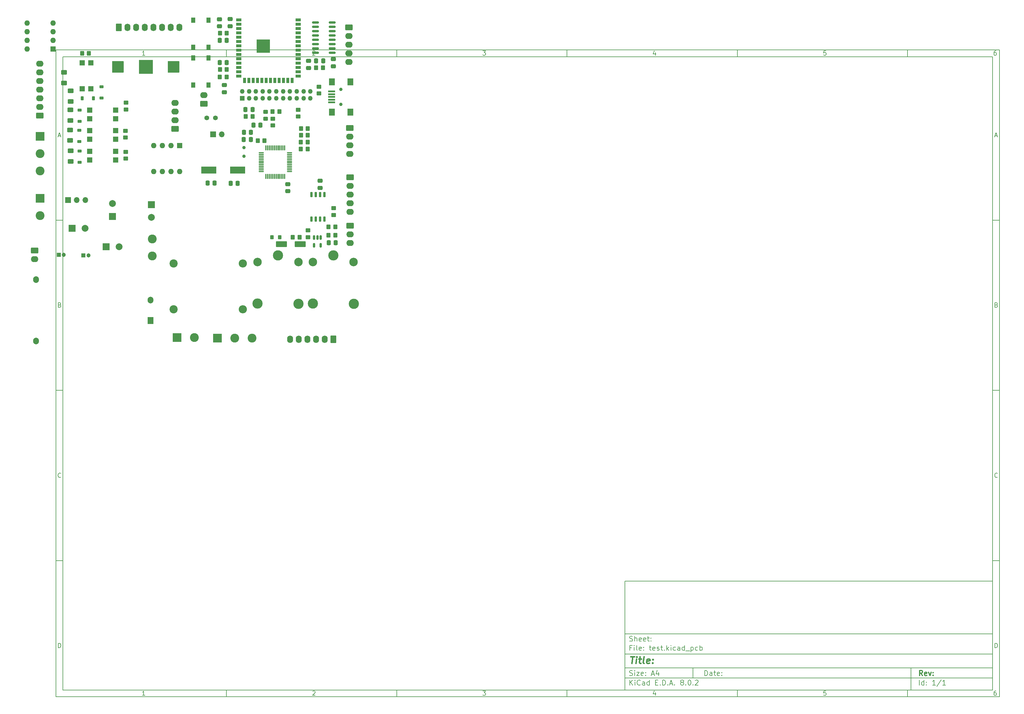
<source format=gbr>
%TF.GenerationSoftware,KiCad,Pcbnew,8.0.2-8.0.2-0~ubuntu22.04.1*%
%TF.CreationDate,2024-05-25T11:23:41+03:30*%
%TF.ProjectId,test,74657374-2e6b-4696-9361-645f70636258,rev?*%
%TF.SameCoordinates,Original*%
%TF.FileFunction,Soldermask,Top*%
%TF.FilePolarity,Negative*%
%FSLAX46Y46*%
G04 Gerber Fmt 4.6, Leading zero omitted, Abs format (unit mm)*
G04 Created by KiCad (PCBNEW 8.0.2-8.0.2-0~ubuntu22.04.1) date 2024-05-25 11:23:41*
%MOMM*%
%LPD*%
G01*
G04 APERTURE LIST*
G04 Aperture macros list*
%AMRoundRect*
0 Rectangle with rounded corners*
0 $1 Rounding radius*
0 $2 $3 $4 $5 $6 $7 $8 $9 X,Y pos of 4 corners*
0 Add a 4 corners polygon primitive as box body*
4,1,4,$2,$3,$4,$5,$6,$7,$8,$9,$2,$3,0*
0 Add four circle primitives for the rounded corners*
1,1,$1+$1,$2,$3*
1,1,$1+$1,$4,$5*
1,1,$1+$1,$6,$7*
1,1,$1+$1,$8,$9*
0 Add four rect primitives between the rounded corners*
20,1,$1+$1,$2,$3,$4,$5,0*
20,1,$1+$1,$4,$5,$6,$7,0*
20,1,$1+$1,$6,$7,$8,$9,0*
20,1,$1+$1,$8,$9,$2,$3,0*%
G04 Aperture macros list end*
%ADD10C,0.100000*%
%ADD11C,0.150000*%
%ADD12C,0.300000*%
%ADD13C,0.400000*%
%ADD14R,1.500000X0.900000*%
%ADD15R,0.900000X1.500000*%
%ADD16C,0.600000*%
%ADD17R,3.900000X3.900000*%
%ADD18RoundRect,0.150000X0.150000X-0.650000X0.150000X0.650000X-0.150000X0.650000X-0.150000X-0.650000X0*%
%ADD19C,3.000000*%
%ADD20C,2.500000*%
%ADD21RoundRect,0.250000X0.337500X0.475000X-0.337500X0.475000X-0.337500X-0.475000X0.337500X-0.475000X0*%
%ADD22RoundRect,0.250000X0.350000X0.450000X-0.350000X0.450000X-0.350000X-0.450000X0.350000X-0.450000X0*%
%ADD23RoundRect,0.250000X-0.275000X-0.350000X0.275000X-0.350000X0.275000X0.350000X-0.275000X0.350000X0*%
%ADD24R,2.000000X2.000000*%
%ADD25C,2.000000*%
%ADD26RoundRect,0.250000X0.845000X-0.620000X0.845000X0.620000X-0.845000X0.620000X-0.845000X-0.620000X0*%
%ADD27O,2.190000X1.740000*%
%ADD28RoundRect,0.250000X0.450000X-0.350000X0.450000X0.350000X-0.450000X0.350000X-0.450000X-0.350000X0*%
%ADD29R,1.700000X2.000000*%
%ADD30O,1.700000X2.000000*%
%ADD31RoundRect,0.102000X-1.600000X-1.600000X1.600000X-1.600000X1.600000X1.600000X-1.600000X1.600000X0*%
%ADD32RoundRect,0.102000X-1.950000X-1.950000X1.950000X-1.950000X1.950000X1.950000X-1.950000X1.950000X0*%
%ADD33RoundRect,0.250000X0.620000X0.845000X-0.620000X0.845000X-0.620000X-0.845000X0.620000X-0.845000X0*%
%ADD34O,1.740000X2.190000*%
%ADD35RoundRect,0.250000X-0.845000X0.620000X-0.845000X-0.620000X0.845000X-0.620000X0.845000X0.620000X0*%
%ADD36R,1.300000X1.550000*%
%ADD37RoundRect,0.250000X-0.450000X0.350000X-0.450000X-0.350000X0.450000X-0.350000X0.450000X0.350000X0*%
%ADD38RoundRect,0.250000X-0.475000X0.337500X-0.475000X-0.337500X0.475000X-0.337500X0.475000X0.337500X0*%
%ADD39RoundRect,0.250000X-0.350000X-0.450000X0.350000X-0.450000X0.350000X0.450000X-0.350000X0.450000X0*%
%ADD40R,4.500000X2.000000*%
%ADD41R,1.600000X1.600000*%
%ADD42C,1.400000*%
%ADD43RoundRect,0.250000X0.475000X-0.337500X0.475000X0.337500X-0.475000X0.337500X-0.475000X-0.337500X0*%
%ADD44R,2.600000X2.600000*%
%ADD45C,2.600000*%
%ADD46RoundRect,0.225000X-0.375000X0.225000X-0.375000X-0.225000X0.375000X-0.225000X0.375000X0.225000X0*%
%ADD47C,2.400000*%
%ADD48O,2.400000X2.400000*%
%ADD49C,1.000000*%
%ADD50R,2.000000X0.500000*%
%ADD51RoundRect,0.150000X0.825000X0.150000X-0.825000X0.150000X-0.825000X-0.150000X0.825000X-0.150000X0*%
%ADD52RoundRect,0.250000X0.625000X-0.400000X0.625000X0.400000X-0.625000X0.400000X-0.625000X-0.400000X0*%
%ADD53RoundRect,0.250000X1.400000X0.600000X-1.400000X0.600000X-1.400000X-0.600000X1.400000X-0.600000X0*%
%ADD54RoundRect,0.225000X-0.225000X-0.375000X0.225000X-0.375000X0.225000X0.375000X-0.225000X0.375000X0*%
%ADD55RoundRect,0.250000X-0.337500X-0.475000X0.337500X-0.475000X0.337500X0.475000X-0.337500X0.475000X0*%
%ADD56R,1.200000X1.200000*%
%ADD57C,1.200000*%
%ADD58RoundRect,0.250000X-0.450000X0.325000X-0.450000X-0.325000X0.450000X-0.325000X0.450000X0.325000X0*%
%ADD59O,1.600000X1.600000*%
%ADD60RoundRect,0.250000X-0.625000X0.400000X-0.625000X-0.400000X0.625000X-0.400000X0.625000X0.400000X0*%
%ADD61R,1.700000X1.700000*%
%ADD62O,1.700000X1.700000*%
%ADD63RoundRect,0.075000X-0.662500X-0.075000X0.662500X-0.075000X0.662500X0.075000X-0.662500X0.075000X0*%
%ADD64RoundRect,0.075000X-0.075000X-0.662500X0.075000X-0.662500X0.075000X0.662500X-0.075000X0.662500X0*%
%ADD65RoundRect,0.150000X-0.150000X0.512500X-0.150000X-0.512500X0.150000X-0.512500X0.150000X0.512500X0*%
%ADD66RoundRect,0.250000X-0.620000X-0.845000X0.620000X-0.845000X0.620000X0.845000X-0.620000X0.845000X0*%
%ADD67R,1.350000X1.350000*%
%ADD68O,1.350000X1.350000*%
G04 APERTURE END LIST*
D10*
D11*
X177002200Y-166007200D02*
X285002200Y-166007200D01*
X285002200Y-198007200D01*
X177002200Y-198007200D01*
X177002200Y-166007200D01*
D10*
D11*
X10000000Y-10000000D02*
X287002200Y-10000000D01*
X287002200Y-200007200D01*
X10000000Y-200007200D01*
X10000000Y-10000000D01*
D10*
D11*
X12000000Y-12000000D02*
X285002200Y-12000000D01*
X285002200Y-198007200D01*
X12000000Y-198007200D01*
X12000000Y-12000000D01*
D10*
D11*
X60000000Y-12000000D02*
X60000000Y-10000000D01*
D10*
D11*
X110000000Y-12000000D02*
X110000000Y-10000000D01*
D10*
D11*
X160000000Y-12000000D02*
X160000000Y-10000000D01*
D10*
D11*
X210000000Y-12000000D02*
X210000000Y-10000000D01*
D10*
D11*
X260000000Y-12000000D02*
X260000000Y-10000000D01*
D10*
D11*
X36089160Y-11593604D02*
X35346303Y-11593604D01*
X35717731Y-11593604D02*
X35717731Y-10293604D01*
X35717731Y-10293604D02*
X35593922Y-10479319D01*
X35593922Y-10479319D02*
X35470112Y-10603128D01*
X35470112Y-10603128D02*
X35346303Y-10665033D01*
D10*
D11*
X85346303Y-10417414D02*
X85408207Y-10355509D01*
X85408207Y-10355509D02*
X85532017Y-10293604D01*
X85532017Y-10293604D02*
X85841541Y-10293604D01*
X85841541Y-10293604D02*
X85965350Y-10355509D01*
X85965350Y-10355509D02*
X86027255Y-10417414D01*
X86027255Y-10417414D02*
X86089160Y-10541223D01*
X86089160Y-10541223D02*
X86089160Y-10665033D01*
X86089160Y-10665033D02*
X86027255Y-10850747D01*
X86027255Y-10850747D02*
X85284398Y-11593604D01*
X85284398Y-11593604D02*
X86089160Y-11593604D01*
D10*
D11*
X135284398Y-10293604D02*
X136089160Y-10293604D01*
X136089160Y-10293604D02*
X135655826Y-10788842D01*
X135655826Y-10788842D02*
X135841541Y-10788842D01*
X135841541Y-10788842D02*
X135965350Y-10850747D01*
X135965350Y-10850747D02*
X136027255Y-10912652D01*
X136027255Y-10912652D02*
X136089160Y-11036461D01*
X136089160Y-11036461D02*
X136089160Y-11345985D01*
X136089160Y-11345985D02*
X136027255Y-11469795D01*
X136027255Y-11469795D02*
X135965350Y-11531700D01*
X135965350Y-11531700D02*
X135841541Y-11593604D01*
X135841541Y-11593604D02*
X135470112Y-11593604D01*
X135470112Y-11593604D02*
X135346303Y-11531700D01*
X135346303Y-11531700D02*
X135284398Y-11469795D01*
D10*
D11*
X185965350Y-10726938D02*
X185965350Y-11593604D01*
X185655826Y-10231700D02*
X185346303Y-11160271D01*
X185346303Y-11160271D02*
X186151064Y-11160271D01*
D10*
D11*
X236027255Y-10293604D02*
X235408207Y-10293604D01*
X235408207Y-10293604D02*
X235346303Y-10912652D01*
X235346303Y-10912652D02*
X235408207Y-10850747D01*
X235408207Y-10850747D02*
X235532017Y-10788842D01*
X235532017Y-10788842D02*
X235841541Y-10788842D01*
X235841541Y-10788842D02*
X235965350Y-10850747D01*
X235965350Y-10850747D02*
X236027255Y-10912652D01*
X236027255Y-10912652D02*
X236089160Y-11036461D01*
X236089160Y-11036461D02*
X236089160Y-11345985D01*
X236089160Y-11345985D02*
X236027255Y-11469795D01*
X236027255Y-11469795D02*
X235965350Y-11531700D01*
X235965350Y-11531700D02*
X235841541Y-11593604D01*
X235841541Y-11593604D02*
X235532017Y-11593604D01*
X235532017Y-11593604D02*
X235408207Y-11531700D01*
X235408207Y-11531700D02*
X235346303Y-11469795D01*
D10*
D11*
X285965350Y-10293604D02*
X285717731Y-10293604D01*
X285717731Y-10293604D02*
X285593922Y-10355509D01*
X285593922Y-10355509D02*
X285532017Y-10417414D01*
X285532017Y-10417414D02*
X285408207Y-10603128D01*
X285408207Y-10603128D02*
X285346303Y-10850747D01*
X285346303Y-10850747D02*
X285346303Y-11345985D01*
X285346303Y-11345985D02*
X285408207Y-11469795D01*
X285408207Y-11469795D02*
X285470112Y-11531700D01*
X285470112Y-11531700D02*
X285593922Y-11593604D01*
X285593922Y-11593604D02*
X285841541Y-11593604D01*
X285841541Y-11593604D02*
X285965350Y-11531700D01*
X285965350Y-11531700D02*
X286027255Y-11469795D01*
X286027255Y-11469795D02*
X286089160Y-11345985D01*
X286089160Y-11345985D02*
X286089160Y-11036461D01*
X286089160Y-11036461D02*
X286027255Y-10912652D01*
X286027255Y-10912652D02*
X285965350Y-10850747D01*
X285965350Y-10850747D02*
X285841541Y-10788842D01*
X285841541Y-10788842D02*
X285593922Y-10788842D01*
X285593922Y-10788842D02*
X285470112Y-10850747D01*
X285470112Y-10850747D02*
X285408207Y-10912652D01*
X285408207Y-10912652D02*
X285346303Y-11036461D01*
D10*
D11*
X60000000Y-198007200D02*
X60000000Y-200007200D01*
D10*
D11*
X110000000Y-198007200D02*
X110000000Y-200007200D01*
D10*
D11*
X160000000Y-198007200D02*
X160000000Y-200007200D01*
D10*
D11*
X210000000Y-198007200D02*
X210000000Y-200007200D01*
D10*
D11*
X260000000Y-198007200D02*
X260000000Y-200007200D01*
D10*
D11*
X36089160Y-199600804D02*
X35346303Y-199600804D01*
X35717731Y-199600804D02*
X35717731Y-198300804D01*
X35717731Y-198300804D02*
X35593922Y-198486519D01*
X35593922Y-198486519D02*
X35470112Y-198610328D01*
X35470112Y-198610328D02*
X35346303Y-198672233D01*
D10*
D11*
X85346303Y-198424614D02*
X85408207Y-198362709D01*
X85408207Y-198362709D02*
X85532017Y-198300804D01*
X85532017Y-198300804D02*
X85841541Y-198300804D01*
X85841541Y-198300804D02*
X85965350Y-198362709D01*
X85965350Y-198362709D02*
X86027255Y-198424614D01*
X86027255Y-198424614D02*
X86089160Y-198548423D01*
X86089160Y-198548423D02*
X86089160Y-198672233D01*
X86089160Y-198672233D02*
X86027255Y-198857947D01*
X86027255Y-198857947D02*
X85284398Y-199600804D01*
X85284398Y-199600804D02*
X86089160Y-199600804D01*
D10*
D11*
X135284398Y-198300804D02*
X136089160Y-198300804D01*
X136089160Y-198300804D02*
X135655826Y-198796042D01*
X135655826Y-198796042D02*
X135841541Y-198796042D01*
X135841541Y-198796042D02*
X135965350Y-198857947D01*
X135965350Y-198857947D02*
X136027255Y-198919852D01*
X136027255Y-198919852D02*
X136089160Y-199043661D01*
X136089160Y-199043661D02*
X136089160Y-199353185D01*
X136089160Y-199353185D02*
X136027255Y-199476995D01*
X136027255Y-199476995D02*
X135965350Y-199538900D01*
X135965350Y-199538900D02*
X135841541Y-199600804D01*
X135841541Y-199600804D02*
X135470112Y-199600804D01*
X135470112Y-199600804D02*
X135346303Y-199538900D01*
X135346303Y-199538900D02*
X135284398Y-199476995D01*
D10*
D11*
X185965350Y-198734138D02*
X185965350Y-199600804D01*
X185655826Y-198238900D02*
X185346303Y-199167471D01*
X185346303Y-199167471D02*
X186151064Y-199167471D01*
D10*
D11*
X236027255Y-198300804D02*
X235408207Y-198300804D01*
X235408207Y-198300804D02*
X235346303Y-198919852D01*
X235346303Y-198919852D02*
X235408207Y-198857947D01*
X235408207Y-198857947D02*
X235532017Y-198796042D01*
X235532017Y-198796042D02*
X235841541Y-198796042D01*
X235841541Y-198796042D02*
X235965350Y-198857947D01*
X235965350Y-198857947D02*
X236027255Y-198919852D01*
X236027255Y-198919852D02*
X236089160Y-199043661D01*
X236089160Y-199043661D02*
X236089160Y-199353185D01*
X236089160Y-199353185D02*
X236027255Y-199476995D01*
X236027255Y-199476995D02*
X235965350Y-199538900D01*
X235965350Y-199538900D02*
X235841541Y-199600804D01*
X235841541Y-199600804D02*
X235532017Y-199600804D01*
X235532017Y-199600804D02*
X235408207Y-199538900D01*
X235408207Y-199538900D02*
X235346303Y-199476995D01*
D10*
D11*
X285965350Y-198300804D02*
X285717731Y-198300804D01*
X285717731Y-198300804D02*
X285593922Y-198362709D01*
X285593922Y-198362709D02*
X285532017Y-198424614D01*
X285532017Y-198424614D02*
X285408207Y-198610328D01*
X285408207Y-198610328D02*
X285346303Y-198857947D01*
X285346303Y-198857947D02*
X285346303Y-199353185D01*
X285346303Y-199353185D02*
X285408207Y-199476995D01*
X285408207Y-199476995D02*
X285470112Y-199538900D01*
X285470112Y-199538900D02*
X285593922Y-199600804D01*
X285593922Y-199600804D02*
X285841541Y-199600804D01*
X285841541Y-199600804D02*
X285965350Y-199538900D01*
X285965350Y-199538900D02*
X286027255Y-199476995D01*
X286027255Y-199476995D02*
X286089160Y-199353185D01*
X286089160Y-199353185D02*
X286089160Y-199043661D01*
X286089160Y-199043661D02*
X286027255Y-198919852D01*
X286027255Y-198919852D02*
X285965350Y-198857947D01*
X285965350Y-198857947D02*
X285841541Y-198796042D01*
X285841541Y-198796042D02*
X285593922Y-198796042D01*
X285593922Y-198796042D02*
X285470112Y-198857947D01*
X285470112Y-198857947D02*
X285408207Y-198919852D01*
X285408207Y-198919852D02*
X285346303Y-199043661D01*
D10*
D11*
X10000000Y-60000000D02*
X12000000Y-60000000D01*
D10*
D11*
X10000000Y-110000000D02*
X12000000Y-110000000D01*
D10*
D11*
X10000000Y-160000000D02*
X12000000Y-160000000D01*
D10*
D11*
X10690476Y-35222176D02*
X11309523Y-35222176D01*
X10566666Y-35593604D02*
X10999999Y-34293604D01*
X10999999Y-34293604D02*
X11433333Y-35593604D01*
D10*
D11*
X11092857Y-84912652D02*
X11278571Y-84974557D01*
X11278571Y-84974557D02*
X11340476Y-85036461D01*
X11340476Y-85036461D02*
X11402380Y-85160271D01*
X11402380Y-85160271D02*
X11402380Y-85345985D01*
X11402380Y-85345985D02*
X11340476Y-85469795D01*
X11340476Y-85469795D02*
X11278571Y-85531700D01*
X11278571Y-85531700D02*
X11154761Y-85593604D01*
X11154761Y-85593604D02*
X10659523Y-85593604D01*
X10659523Y-85593604D02*
X10659523Y-84293604D01*
X10659523Y-84293604D02*
X11092857Y-84293604D01*
X11092857Y-84293604D02*
X11216666Y-84355509D01*
X11216666Y-84355509D02*
X11278571Y-84417414D01*
X11278571Y-84417414D02*
X11340476Y-84541223D01*
X11340476Y-84541223D02*
X11340476Y-84665033D01*
X11340476Y-84665033D02*
X11278571Y-84788842D01*
X11278571Y-84788842D02*
X11216666Y-84850747D01*
X11216666Y-84850747D02*
X11092857Y-84912652D01*
X11092857Y-84912652D02*
X10659523Y-84912652D01*
D10*
D11*
X11402380Y-135469795D02*
X11340476Y-135531700D01*
X11340476Y-135531700D02*
X11154761Y-135593604D01*
X11154761Y-135593604D02*
X11030952Y-135593604D01*
X11030952Y-135593604D02*
X10845238Y-135531700D01*
X10845238Y-135531700D02*
X10721428Y-135407890D01*
X10721428Y-135407890D02*
X10659523Y-135284080D01*
X10659523Y-135284080D02*
X10597619Y-135036461D01*
X10597619Y-135036461D02*
X10597619Y-134850747D01*
X10597619Y-134850747D02*
X10659523Y-134603128D01*
X10659523Y-134603128D02*
X10721428Y-134479319D01*
X10721428Y-134479319D02*
X10845238Y-134355509D01*
X10845238Y-134355509D02*
X11030952Y-134293604D01*
X11030952Y-134293604D02*
X11154761Y-134293604D01*
X11154761Y-134293604D02*
X11340476Y-134355509D01*
X11340476Y-134355509D02*
X11402380Y-134417414D01*
D10*
D11*
X10659523Y-185593604D02*
X10659523Y-184293604D01*
X10659523Y-184293604D02*
X10969047Y-184293604D01*
X10969047Y-184293604D02*
X11154761Y-184355509D01*
X11154761Y-184355509D02*
X11278571Y-184479319D01*
X11278571Y-184479319D02*
X11340476Y-184603128D01*
X11340476Y-184603128D02*
X11402380Y-184850747D01*
X11402380Y-184850747D02*
X11402380Y-185036461D01*
X11402380Y-185036461D02*
X11340476Y-185284080D01*
X11340476Y-185284080D02*
X11278571Y-185407890D01*
X11278571Y-185407890D02*
X11154761Y-185531700D01*
X11154761Y-185531700D02*
X10969047Y-185593604D01*
X10969047Y-185593604D02*
X10659523Y-185593604D01*
D10*
D11*
X287002200Y-60000000D02*
X285002200Y-60000000D01*
D10*
D11*
X287002200Y-110000000D02*
X285002200Y-110000000D01*
D10*
D11*
X287002200Y-160000000D02*
X285002200Y-160000000D01*
D10*
D11*
X285692676Y-35222176D02*
X286311723Y-35222176D01*
X285568866Y-35593604D02*
X286002199Y-34293604D01*
X286002199Y-34293604D02*
X286435533Y-35593604D01*
D10*
D11*
X286095057Y-84912652D02*
X286280771Y-84974557D01*
X286280771Y-84974557D02*
X286342676Y-85036461D01*
X286342676Y-85036461D02*
X286404580Y-85160271D01*
X286404580Y-85160271D02*
X286404580Y-85345985D01*
X286404580Y-85345985D02*
X286342676Y-85469795D01*
X286342676Y-85469795D02*
X286280771Y-85531700D01*
X286280771Y-85531700D02*
X286156961Y-85593604D01*
X286156961Y-85593604D02*
X285661723Y-85593604D01*
X285661723Y-85593604D02*
X285661723Y-84293604D01*
X285661723Y-84293604D02*
X286095057Y-84293604D01*
X286095057Y-84293604D02*
X286218866Y-84355509D01*
X286218866Y-84355509D02*
X286280771Y-84417414D01*
X286280771Y-84417414D02*
X286342676Y-84541223D01*
X286342676Y-84541223D02*
X286342676Y-84665033D01*
X286342676Y-84665033D02*
X286280771Y-84788842D01*
X286280771Y-84788842D02*
X286218866Y-84850747D01*
X286218866Y-84850747D02*
X286095057Y-84912652D01*
X286095057Y-84912652D02*
X285661723Y-84912652D01*
D10*
D11*
X286404580Y-135469795D02*
X286342676Y-135531700D01*
X286342676Y-135531700D02*
X286156961Y-135593604D01*
X286156961Y-135593604D02*
X286033152Y-135593604D01*
X286033152Y-135593604D02*
X285847438Y-135531700D01*
X285847438Y-135531700D02*
X285723628Y-135407890D01*
X285723628Y-135407890D02*
X285661723Y-135284080D01*
X285661723Y-135284080D02*
X285599819Y-135036461D01*
X285599819Y-135036461D02*
X285599819Y-134850747D01*
X285599819Y-134850747D02*
X285661723Y-134603128D01*
X285661723Y-134603128D02*
X285723628Y-134479319D01*
X285723628Y-134479319D02*
X285847438Y-134355509D01*
X285847438Y-134355509D02*
X286033152Y-134293604D01*
X286033152Y-134293604D02*
X286156961Y-134293604D01*
X286156961Y-134293604D02*
X286342676Y-134355509D01*
X286342676Y-134355509D02*
X286404580Y-134417414D01*
D10*
D11*
X285661723Y-185593604D02*
X285661723Y-184293604D01*
X285661723Y-184293604D02*
X285971247Y-184293604D01*
X285971247Y-184293604D02*
X286156961Y-184355509D01*
X286156961Y-184355509D02*
X286280771Y-184479319D01*
X286280771Y-184479319D02*
X286342676Y-184603128D01*
X286342676Y-184603128D02*
X286404580Y-184850747D01*
X286404580Y-184850747D02*
X286404580Y-185036461D01*
X286404580Y-185036461D02*
X286342676Y-185284080D01*
X286342676Y-185284080D02*
X286280771Y-185407890D01*
X286280771Y-185407890D02*
X286156961Y-185531700D01*
X286156961Y-185531700D02*
X285971247Y-185593604D01*
X285971247Y-185593604D02*
X285661723Y-185593604D01*
D10*
D11*
X200458026Y-193793328D02*
X200458026Y-192293328D01*
X200458026Y-192293328D02*
X200815169Y-192293328D01*
X200815169Y-192293328D02*
X201029455Y-192364757D01*
X201029455Y-192364757D02*
X201172312Y-192507614D01*
X201172312Y-192507614D02*
X201243741Y-192650471D01*
X201243741Y-192650471D02*
X201315169Y-192936185D01*
X201315169Y-192936185D02*
X201315169Y-193150471D01*
X201315169Y-193150471D02*
X201243741Y-193436185D01*
X201243741Y-193436185D02*
X201172312Y-193579042D01*
X201172312Y-193579042D02*
X201029455Y-193721900D01*
X201029455Y-193721900D02*
X200815169Y-193793328D01*
X200815169Y-193793328D02*
X200458026Y-193793328D01*
X202600884Y-193793328D02*
X202600884Y-193007614D01*
X202600884Y-193007614D02*
X202529455Y-192864757D01*
X202529455Y-192864757D02*
X202386598Y-192793328D01*
X202386598Y-192793328D02*
X202100884Y-192793328D01*
X202100884Y-192793328D02*
X201958026Y-192864757D01*
X202600884Y-193721900D02*
X202458026Y-193793328D01*
X202458026Y-193793328D02*
X202100884Y-193793328D01*
X202100884Y-193793328D02*
X201958026Y-193721900D01*
X201958026Y-193721900D02*
X201886598Y-193579042D01*
X201886598Y-193579042D02*
X201886598Y-193436185D01*
X201886598Y-193436185D02*
X201958026Y-193293328D01*
X201958026Y-193293328D02*
X202100884Y-193221900D01*
X202100884Y-193221900D02*
X202458026Y-193221900D01*
X202458026Y-193221900D02*
X202600884Y-193150471D01*
X203100884Y-192793328D02*
X203672312Y-192793328D01*
X203315169Y-192293328D02*
X203315169Y-193579042D01*
X203315169Y-193579042D02*
X203386598Y-193721900D01*
X203386598Y-193721900D02*
X203529455Y-193793328D01*
X203529455Y-193793328D02*
X203672312Y-193793328D01*
X204743741Y-193721900D02*
X204600884Y-193793328D01*
X204600884Y-193793328D02*
X204315170Y-193793328D01*
X204315170Y-193793328D02*
X204172312Y-193721900D01*
X204172312Y-193721900D02*
X204100884Y-193579042D01*
X204100884Y-193579042D02*
X204100884Y-193007614D01*
X204100884Y-193007614D02*
X204172312Y-192864757D01*
X204172312Y-192864757D02*
X204315170Y-192793328D01*
X204315170Y-192793328D02*
X204600884Y-192793328D01*
X204600884Y-192793328D02*
X204743741Y-192864757D01*
X204743741Y-192864757D02*
X204815170Y-193007614D01*
X204815170Y-193007614D02*
X204815170Y-193150471D01*
X204815170Y-193150471D02*
X204100884Y-193293328D01*
X205458026Y-193650471D02*
X205529455Y-193721900D01*
X205529455Y-193721900D02*
X205458026Y-193793328D01*
X205458026Y-193793328D02*
X205386598Y-193721900D01*
X205386598Y-193721900D02*
X205458026Y-193650471D01*
X205458026Y-193650471D02*
X205458026Y-193793328D01*
X205458026Y-192864757D02*
X205529455Y-192936185D01*
X205529455Y-192936185D02*
X205458026Y-193007614D01*
X205458026Y-193007614D02*
X205386598Y-192936185D01*
X205386598Y-192936185D02*
X205458026Y-192864757D01*
X205458026Y-192864757D02*
X205458026Y-193007614D01*
D10*
D11*
X177002200Y-194507200D02*
X285002200Y-194507200D01*
D10*
D11*
X178458026Y-196593328D02*
X178458026Y-195093328D01*
X179315169Y-196593328D02*
X178672312Y-195736185D01*
X179315169Y-195093328D02*
X178458026Y-195950471D01*
X179958026Y-196593328D02*
X179958026Y-195593328D01*
X179958026Y-195093328D02*
X179886598Y-195164757D01*
X179886598Y-195164757D02*
X179958026Y-195236185D01*
X179958026Y-195236185D02*
X180029455Y-195164757D01*
X180029455Y-195164757D02*
X179958026Y-195093328D01*
X179958026Y-195093328D02*
X179958026Y-195236185D01*
X181529455Y-196450471D02*
X181458027Y-196521900D01*
X181458027Y-196521900D02*
X181243741Y-196593328D01*
X181243741Y-196593328D02*
X181100884Y-196593328D01*
X181100884Y-196593328D02*
X180886598Y-196521900D01*
X180886598Y-196521900D02*
X180743741Y-196379042D01*
X180743741Y-196379042D02*
X180672312Y-196236185D01*
X180672312Y-196236185D02*
X180600884Y-195950471D01*
X180600884Y-195950471D02*
X180600884Y-195736185D01*
X180600884Y-195736185D02*
X180672312Y-195450471D01*
X180672312Y-195450471D02*
X180743741Y-195307614D01*
X180743741Y-195307614D02*
X180886598Y-195164757D01*
X180886598Y-195164757D02*
X181100884Y-195093328D01*
X181100884Y-195093328D02*
X181243741Y-195093328D01*
X181243741Y-195093328D02*
X181458027Y-195164757D01*
X181458027Y-195164757D02*
X181529455Y-195236185D01*
X182815170Y-196593328D02*
X182815170Y-195807614D01*
X182815170Y-195807614D02*
X182743741Y-195664757D01*
X182743741Y-195664757D02*
X182600884Y-195593328D01*
X182600884Y-195593328D02*
X182315170Y-195593328D01*
X182315170Y-195593328D02*
X182172312Y-195664757D01*
X182815170Y-196521900D02*
X182672312Y-196593328D01*
X182672312Y-196593328D02*
X182315170Y-196593328D01*
X182315170Y-196593328D02*
X182172312Y-196521900D01*
X182172312Y-196521900D02*
X182100884Y-196379042D01*
X182100884Y-196379042D02*
X182100884Y-196236185D01*
X182100884Y-196236185D02*
X182172312Y-196093328D01*
X182172312Y-196093328D02*
X182315170Y-196021900D01*
X182315170Y-196021900D02*
X182672312Y-196021900D01*
X182672312Y-196021900D02*
X182815170Y-195950471D01*
X184172313Y-196593328D02*
X184172313Y-195093328D01*
X184172313Y-196521900D02*
X184029455Y-196593328D01*
X184029455Y-196593328D02*
X183743741Y-196593328D01*
X183743741Y-196593328D02*
X183600884Y-196521900D01*
X183600884Y-196521900D02*
X183529455Y-196450471D01*
X183529455Y-196450471D02*
X183458027Y-196307614D01*
X183458027Y-196307614D02*
X183458027Y-195879042D01*
X183458027Y-195879042D02*
X183529455Y-195736185D01*
X183529455Y-195736185D02*
X183600884Y-195664757D01*
X183600884Y-195664757D02*
X183743741Y-195593328D01*
X183743741Y-195593328D02*
X184029455Y-195593328D01*
X184029455Y-195593328D02*
X184172313Y-195664757D01*
X186029455Y-195807614D02*
X186529455Y-195807614D01*
X186743741Y-196593328D02*
X186029455Y-196593328D01*
X186029455Y-196593328D02*
X186029455Y-195093328D01*
X186029455Y-195093328D02*
X186743741Y-195093328D01*
X187386598Y-196450471D02*
X187458027Y-196521900D01*
X187458027Y-196521900D02*
X187386598Y-196593328D01*
X187386598Y-196593328D02*
X187315170Y-196521900D01*
X187315170Y-196521900D02*
X187386598Y-196450471D01*
X187386598Y-196450471D02*
X187386598Y-196593328D01*
X188100884Y-196593328D02*
X188100884Y-195093328D01*
X188100884Y-195093328D02*
X188458027Y-195093328D01*
X188458027Y-195093328D02*
X188672313Y-195164757D01*
X188672313Y-195164757D02*
X188815170Y-195307614D01*
X188815170Y-195307614D02*
X188886599Y-195450471D01*
X188886599Y-195450471D02*
X188958027Y-195736185D01*
X188958027Y-195736185D02*
X188958027Y-195950471D01*
X188958027Y-195950471D02*
X188886599Y-196236185D01*
X188886599Y-196236185D02*
X188815170Y-196379042D01*
X188815170Y-196379042D02*
X188672313Y-196521900D01*
X188672313Y-196521900D02*
X188458027Y-196593328D01*
X188458027Y-196593328D02*
X188100884Y-196593328D01*
X189600884Y-196450471D02*
X189672313Y-196521900D01*
X189672313Y-196521900D02*
X189600884Y-196593328D01*
X189600884Y-196593328D02*
X189529456Y-196521900D01*
X189529456Y-196521900D02*
X189600884Y-196450471D01*
X189600884Y-196450471D02*
X189600884Y-196593328D01*
X190243742Y-196164757D02*
X190958028Y-196164757D01*
X190100885Y-196593328D02*
X190600885Y-195093328D01*
X190600885Y-195093328D02*
X191100885Y-196593328D01*
X191600884Y-196450471D02*
X191672313Y-196521900D01*
X191672313Y-196521900D02*
X191600884Y-196593328D01*
X191600884Y-196593328D02*
X191529456Y-196521900D01*
X191529456Y-196521900D02*
X191600884Y-196450471D01*
X191600884Y-196450471D02*
X191600884Y-196593328D01*
X193672313Y-195736185D02*
X193529456Y-195664757D01*
X193529456Y-195664757D02*
X193458027Y-195593328D01*
X193458027Y-195593328D02*
X193386599Y-195450471D01*
X193386599Y-195450471D02*
X193386599Y-195379042D01*
X193386599Y-195379042D02*
X193458027Y-195236185D01*
X193458027Y-195236185D02*
X193529456Y-195164757D01*
X193529456Y-195164757D02*
X193672313Y-195093328D01*
X193672313Y-195093328D02*
X193958027Y-195093328D01*
X193958027Y-195093328D02*
X194100885Y-195164757D01*
X194100885Y-195164757D02*
X194172313Y-195236185D01*
X194172313Y-195236185D02*
X194243742Y-195379042D01*
X194243742Y-195379042D02*
X194243742Y-195450471D01*
X194243742Y-195450471D02*
X194172313Y-195593328D01*
X194172313Y-195593328D02*
X194100885Y-195664757D01*
X194100885Y-195664757D02*
X193958027Y-195736185D01*
X193958027Y-195736185D02*
X193672313Y-195736185D01*
X193672313Y-195736185D02*
X193529456Y-195807614D01*
X193529456Y-195807614D02*
X193458027Y-195879042D01*
X193458027Y-195879042D02*
X193386599Y-196021900D01*
X193386599Y-196021900D02*
X193386599Y-196307614D01*
X193386599Y-196307614D02*
X193458027Y-196450471D01*
X193458027Y-196450471D02*
X193529456Y-196521900D01*
X193529456Y-196521900D02*
X193672313Y-196593328D01*
X193672313Y-196593328D02*
X193958027Y-196593328D01*
X193958027Y-196593328D02*
X194100885Y-196521900D01*
X194100885Y-196521900D02*
X194172313Y-196450471D01*
X194172313Y-196450471D02*
X194243742Y-196307614D01*
X194243742Y-196307614D02*
X194243742Y-196021900D01*
X194243742Y-196021900D02*
X194172313Y-195879042D01*
X194172313Y-195879042D02*
X194100885Y-195807614D01*
X194100885Y-195807614D02*
X193958027Y-195736185D01*
X194886598Y-196450471D02*
X194958027Y-196521900D01*
X194958027Y-196521900D02*
X194886598Y-196593328D01*
X194886598Y-196593328D02*
X194815170Y-196521900D01*
X194815170Y-196521900D02*
X194886598Y-196450471D01*
X194886598Y-196450471D02*
X194886598Y-196593328D01*
X195886599Y-195093328D02*
X196029456Y-195093328D01*
X196029456Y-195093328D02*
X196172313Y-195164757D01*
X196172313Y-195164757D02*
X196243742Y-195236185D01*
X196243742Y-195236185D02*
X196315170Y-195379042D01*
X196315170Y-195379042D02*
X196386599Y-195664757D01*
X196386599Y-195664757D02*
X196386599Y-196021900D01*
X196386599Y-196021900D02*
X196315170Y-196307614D01*
X196315170Y-196307614D02*
X196243742Y-196450471D01*
X196243742Y-196450471D02*
X196172313Y-196521900D01*
X196172313Y-196521900D02*
X196029456Y-196593328D01*
X196029456Y-196593328D02*
X195886599Y-196593328D01*
X195886599Y-196593328D02*
X195743742Y-196521900D01*
X195743742Y-196521900D02*
X195672313Y-196450471D01*
X195672313Y-196450471D02*
X195600884Y-196307614D01*
X195600884Y-196307614D02*
X195529456Y-196021900D01*
X195529456Y-196021900D02*
X195529456Y-195664757D01*
X195529456Y-195664757D02*
X195600884Y-195379042D01*
X195600884Y-195379042D02*
X195672313Y-195236185D01*
X195672313Y-195236185D02*
X195743742Y-195164757D01*
X195743742Y-195164757D02*
X195886599Y-195093328D01*
X197029455Y-196450471D02*
X197100884Y-196521900D01*
X197100884Y-196521900D02*
X197029455Y-196593328D01*
X197029455Y-196593328D02*
X196958027Y-196521900D01*
X196958027Y-196521900D02*
X197029455Y-196450471D01*
X197029455Y-196450471D02*
X197029455Y-196593328D01*
X197672313Y-195236185D02*
X197743741Y-195164757D01*
X197743741Y-195164757D02*
X197886599Y-195093328D01*
X197886599Y-195093328D02*
X198243741Y-195093328D01*
X198243741Y-195093328D02*
X198386599Y-195164757D01*
X198386599Y-195164757D02*
X198458027Y-195236185D01*
X198458027Y-195236185D02*
X198529456Y-195379042D01*
X198529456Y-195379042D02*
X198529456Y-195521900D01*
X198529456Y-195521900D02*
X198458027Y-195736185D01*
X198458027Y-195736185D02*
X197600884Y-196593328D01*
X197600884Y-196593328D02*
X198529456Y-196593328D01*
D10*
D11*
X177002200Y-191507200D02*
X285002200Y-191507200D01*
D10*
D12*
X264413853Y-193785528D02*
X263913853Y-193071242D01*
X263556710Y-193785528D02*
X263556710Y-192285528D01*
X263556710Y-192285528D02*
X264128139Y-192285528D01*
X264128139Y-192285528D02*
X264270996Y-192356957D01*
X264270996Y-192356957D02*
X264342425Y-192428385D01*
X264342425Y-192428385D02*
X264413853Y-192571242D01*
X264413853Y-192571242D02*
X264413853Y-192785528D01*
X264413853Y-192785528D02*
X264342425Y-192928385D01*
X264342425Y-192928385D02*
X264270996Y-192999814D01*
X264270996Y-192999814D02*
X264128139Y-193071242D01*
X264128139Y-193071242D02*
X263556710Y-193071242D01*
X265628139Y-193714100D02*
X265485282Y-193785528D01*
X265485282Y-193785528D02*
X265199568Y-193785528D01*
X265199568Y-193785528D02*
X265056710Y-193714100D01*
X265056710Y-193714100D02*
X264985282Y-193571242D01*
X264985282Y-193571242D02*
X264985282Y-192999814D01*
X264985282Y-192999814D02*
X265056710Y-192856957D01*
X265056710Y-192856957D02*
X265199568Y-192785528D01*
X265199568Y-192785528D02*
X265485282Y-192785528D01*
X265485282Y-192785528D02*
X265628139Y-192856957D01*
X265628139Y-192856957D02*
X265699568Y-192999814D01*
X265699568Y-192999814D02*
X265699568Y-193142671D01*
X265699568Y-193142671D02*
X264985282Y-193285528D01*
X266199567Y-192785528D02*
X266556710Y-193785528D01*
X266556710Y-193785528D02*
X266913853Y-192785528D01*
X267485281Y-193642671D02*
X267556710Y-193714100D01*
X267556710Y-193714100D02*
X267485281Y-193785528D01*
X267485281Y-193785528D02*
X267413853Y-193714100D01*
X267413853Y-193714100D02*
X267485281Y-193642671D01*
X267485281Y-193642671D02*
X267485281Y-193785528D01*
X267485281Y-192856957D02*
X267556710Y-192928385D01*
X267556710Y-192928385D02*
X267485281Y-192999814D01*
X267485281Y-192999814D02*
X267413853Y-192928385D01*
X267413853Y-192928385D02*
X267485281Y-192856957D01*
X267485281Y-192856957D02*
X267485281Y-192999814D01*
D10*
D11*
X178386598Y-193721900D02*
X178600884Y-193793328D01*
X178600884Y-193793328D02*
X178958026Y-193793328D01*
X178958026Y-193793328D02*
X179100884Y-193721900D01*
X179100884Y-193721900D02*
X179172312Y-193650471D01*
X179172312Y-193650471D02*
X179243741Y-193507614D01*
X179243741Y-193507614D02*
X179243741Y-193364757D01*
X179243741Y-193364757D02*
X179172312Y-193221900D01*
X179172312Y-193221900D02*
X179100884Y-193150471D01*
X179100884Y-193150471D02*
X178958026Y-193079042D01*
X178958026Y-193079042D02*
X178672312Y-193007614D01*
X178672312Y-193007614D02*
X178529455Y-192936185D01*
X178529455Y-192936185D02*
X178458026Y-192864757D01*
X178458026Y-192864757D02*
X178386598Y-192721900D01*
X178386598Y-192721900D02*
X178386598Y-192579042D01*
X178386598Y-192579042D02*
X178458026Y-192436185D01*
X178458026Y-192436185D02*
X178529455Y-192364757D01*
X178529455Y-192364757D02*
X178672312Y-192293328D01*
X178672312Y-192293328D02*
X179029455Y-192293328D01*
X179029455Y-192293328D02*
X179243741Y-192364757D01*
X179886597Y-193793328D02*
X179886597Y-192793328D01*
X179886597Y-192293328D02*
X179815169Y-192364757D01*
X179815169Y-192364757D02*
X179886597Y-192436185D01*
X179886597Y-192436185D02*
X179958026Y-192364757D01*
X179958026Y-192364757D02*
X179886597Y-192293328D01*
X179886597Y-192293328D02*
X179886597Y-192436185D01*
X180458026Y-192793328D02*
X181243741Y-192793328D01*
X181243741Y-192793328D02*
X180458026Y-193793328D01*
X180458026Y-193793328D02*
X181243741Y-193793328D01*
X182386598Y-193721900D02*
X182243741Y-193793328D01*
X182243741Y-193793328D02*
X181958027Y-193793328D01*
X181958027Y-193793328D02*
X181815169Y-193721900D01*
X181815169Y-193721900D02*
X181743741Y-193579042D01*
X181743741Y-193579042D02*
X181743741Y-193007614D01*
X181743741Y-193007614D02*
X181815169Y-192864757D01*
X181815169Y-192864757D02*
X181958027Y-192793328D01*
X181958027Y-192793328D02*
X182243741Y-192793328D01*
X182243741Y-192793328D02*
X182386598Y-192864757D01*
X182386598Y-192864757D02*
X182458027Y-193007614D01*
X182458027Y-193007614D02*
X182458027Y-193150471D01*
X182458027Y-193150471D02*
X181743741Y-193293328D01*
X183100883Y-193650471D02*
X183172312Y-193721900D01*
X183172312Y-193721900D02*
X183100883Y-193793328D01*
X183100883Y-193793328D02*
X183029455Y-193721900D01*
X183029455Y-193721900D02*
X183100883Y-193650471D01*
X183100883Y-193650471D02*
X183100883Y-193793328D01*
X183100883Y-192864757D02*
X183172312Y-192936185D01*
X183172312Y-192936185D02*
X183100883Y-193007614D01*
X183100883Y-193007614D02*
X183029455Y-192936185D01*
X183029455Y-192936185D02*
X183100883Y-192864757D01*
X183100883Y-192864757D02*
X183100883Y-193007614D01*
X184886598Y-193364757D02*
X185600884Y-193364757D01*
X184743741Y-193793328D02*
X185243741Y-192293328D01*
X185243741Y-192293328D02*
X185743741Y-193793328D01*
X186886598Y-192793328D02*
X186886598Y-193793328D01*
X186529455Y-192221900D02*
X186172312Y-193293328D01*
X186172312Y-193293328D02*
X187100883Y-193293328D01*
D10*
D11*
X263458026Y-196593328D02*
X263458026Y-195093328D01*
X264815170Y-196593328D02*
X264815170Y-195093328D01*
X264815170Y-196521900D02*
X264672312Y-196593328D01*
X264672312Y-196593328D02*
X264386598Y-196593328D01*
X264386598Y-196593328D02*
X264243741Y-196521900D01*
X264243741Y-196521900D02*
X264172312Y-196450471D01*
X264172312Y-196450471D02*
X264100884Y-196307614D01*
X264100884Y-196307614D02*
X264100884Y-195879042D01*
X264100884Y-195879042D02*
X264172312Y-195736185D01*
X264172312Y-195736185D02*
X264243741Y-195664757D01*
X264243741Y-195664757D02*
X264386598Y-195593328D01*
X264386598Y-195593328D02*
X264672312Y-195593328D01*
X264672312Y-195593328D02*
X264815170Y-195664757D01*
X265529455Y-196450471D02*
X265600884Y-196521900D01*
X265600884Y-196521900D02*
X265529455Y-196593328D01*
X265529455Y-196593328D02*
X265458027Y-196521900D01*
X265458027Y-196521900D02*
X265529455Y-196450471D01*
X265529455Y-196450471D02*
X265529455Y-196593328D01*
X265529455Y-195664757D02*
X265600884Y-195736185D01*
X265600884Y-195736185D02*
X265529455Y-195807614D01*
X265529455Y-195807614D02*
X265458027Y-195736185D01*
X265458027Y-195736185D02*
X265529455Y-195664757D01*
X265529455Y-195664757D02*
X265529455Y-195807614D01*
X268172313Y-196593328D02*
X267315170Y-196593328D01*
X267743741Y-196593328D02*
X267743741Y-195093328D01*
X267743741Y-195093328D02*
X267600884Y-195307614D01*
X267600884Y-195307614D02*
X267458027Y-195450471D01*
X267458027Y-195450471D02*
X267315170Y-195521900D01*
X269886598Y-195021900D02*
X268600884Y-196950471D01*
X271172313Y-196593328D02*
X270315170Y-196593328D01*
X270743741Y-196593328D02*
X270743741Y-195093328D01*
X270743741Y-195093328D02*
X270600884Y-195307614D01*
X270600884Y-195307614D02*
X270458027Y-195450471D01*
X270458027Y-195450471D02*
X270315170Y-195521900D01*
D10*
D11*
X177002200Y-187507200D02*
X285002200Y-187507200D01*
D10*
D13*
X178693928Y-188211638D02*
X179836785Y-188211638D01*
X179015357Y-190211638D02*
X179265357Y-188211638D01*
X180253452Y-190211638D02*
X180420119Y-188878304D01*
X180503452Y-188211638D02*
X180396309Y-188306876D01*
X180396309Y-188306876D02*
X180479643Y-188402114D01*
X180479643Y-188402114D02*
X180586786Y-188306876D01*
X180586786Y-188306876D02*
X180503452Y-188211638D01*
X180503452Y-188211638D02*
X180479643Y-188402114D01*
X181086786Y-188878304D02*
X181848690Y-188878304D01*
X181455833Y-188211638D02*
X181241548Y-189925923D01*
X181241548Y-189925923D02*
X181312976Y-190116400D01*
X181312976Y-190116400D02*
X181491548Y-190211638D01*
X181491548Y-190211638D02*
X181682024Y-190211638D01*
X182634405Y-190211638D02*
X182455833Y-190116400D01*
X182455833Y-190116400D02*
X182384405Y-189925923D01*
X182384405Y-189925923D02*
X182598690Y-188211638D01*
X184170119Y-190116400D02*
X183967738Y-190211638D01*
X183967738Y-190211638D02*
X183586785Y-190211638D01*
X183586785Y-190211638D02*
X183408214Y-190116400D01*
X183408214Y-190116400D02*
X183336785Y-189925923D01*
X183336785Y-189925923D02*
X183432024Y-189164019D01*
X183432024Y-189164019D02*
X183551071Y-188973542D01*
X183551071Y-188973542D02*
X183753452Y-188878304D01*
X183753452Y-188878304D02*
X184134404Y-188878304D01*
X184134404Y-188878304D02*
X184312976Y-188973542D01*
X184312976Y-188973542D02*
X184384404Y-189164019D01*
X184384404Y-189164019D02*
X184360595Y-189354495D01*
X184360595Y-189354495D02*
X183384404Y-189544971D01*
X185134405Y-190021161D02*
X185217738Y-190116400D01*
X185217738Y-190116400D02*
X185110595Y-190211638D01*
X185110595Y-190211638D02*
X185027262Y-190116400D01*
X185027262Y-190116400D02*
X185134405Y-190021161D01*
X185134405Y-190021161D02*
X185110595Y-190211638D01*
X185265357Y-188973542D02*
X185348690Y-189068780D01*
X185348690Y-189068780D02*
X185241548Y-189164019D01*
X185241548Y-189164019D02*
X185158214Y-189068780D01*
X185158214Y-189068780D02*
X185265357Y-188973542D01*
X185265357Y-188973542D02*
X185241548Y-189164019D01*
D10*
D11*
X178958026Y-185607614D02*
X178458026Y-185607614D01*
X178458026Y-186393328D02*
X178458026Y-184893328D01*
X178458026Y-184893328D02*
X179172312Y-184893328D01*
X179743740Y-186393328D02*
X179743740Y-185393328D01*
X179743740Y-184893328D02*
X179672312Y-184964757D01*
X179672312Y-184964757D02*
X179743740Y-185036185D01*
X179743740Y-185036185D02*
X179815169Y-184964757D01*
X179815169Y-184964757D02*
X179743740Y-184893328D01*
X179743740Y-184893328D02*
X179743740Y-185036185D01*
X180672312Y-186393328D02*
X180529455Y-186321900D01*
X180529455Y-186321900D02*
X180458026Y-186179042D01*
X180458026Y-186179042D02*
X180458026Y-184893328D01*
X181815169Y-186321900D02*
X181672312Y-186393328D01*
X181672312Y-186393328D02*
X181386598Y-186393328D01*
X181386598Y-186393328D02*
X181243740Y-186321900D01*
X181243740Y-186321900D02*
X181172312Y-186179042D01*
X181172312Y-186179042D02*
X181172312Y-185607614D01*
X181172312Y-185607614D02*
X181243740Y-185464757D01*
X181243740Y-185464757D02*
X181386598Y-185393328D01*
X181386598Y-185393328D02*
X181672312Y-185393328D01*
X181672312Y-185393328D02*
X181815169Y-185464757D01*
X181815169Y-185464757D02*
X181886598Y-185607614D01*
X181886598Y-185607614D02*
X181886598Y-185750471D01*
X181886598Y-185750471D02*
X181172312Y-185893328D01*
X182529454Y-186250471D02*
X182600883Y-186321900D01*
X182600883Y-186321900D02*
X182529454Y-186393328D01*
X182529454Y-186393328D02*
X182458026Y-186321900D01*
X182458026Y-186321900D02*
X182529454Y-186250471D01*
X182529454Y-186250471D02*
X182529454Y-186393328D01*
X182529454Y-185464757D02*
X182600883Y-185536185D01*
X182600883Y-185536185D02*
X182529454Y-185607614D01*
X182529454Y-185607614D02*
X182458026Y-185536185D01*
X182458026Y-185536185D02*
X182529454Y-185464757D01*
X182529454Y-185464757D02*
X182529454Y-185607614D01*
X184172312Y-185393328D02*
X184743740Y-185393328D01*
X184386597Y-184893328D02*
X184386597Y-186179042D01*
X184386597Y-186179042D02*
X184458026Y-186321900D01*
X184458026Y-186321900D02*
X184600883Y-186393328D01*
X184600883Y-186393328D02*
X184743740Y-186393328D01*
X185815169Y-186321900D02*
X185672312Y-186393328D01*
X185672312Y-186393328D02*
X185386598Y-186393328D01*
X185386598Y-186393328D02*
X185243740Y-186321900D01*
X185243740Y-186321900D02*
X185172312Y-186179042D01*
X185172312Y-186179042D02*
X185172312Y-185607614D01*
X185172312Y-185607614D02*
X185243740Y-185464757D01*
X185243740Y-185464757D02*
X185386598Y-185393328D01*
X185386598Y-185393328D02*
X185672312Y-185393328D01*
X185672312Y-185393328D02*
X185815169Y-185464757D01*
X185815169Y-185464757D02*
X185886598Y-185607614D01*
X185886598Y-185607614D02*
X185886598Y-185750471D01*
X185886598Y-185750471D02*
X185172312Y-185893328D01*
X186458026Y-186321900D02*
X186600883Y-186393328D01*
X186600883Y-186393328D02*
X186886597Y-186393328D01*
X186886597Y-186393328D02*
X187029454Y-186321900D01*
X187029454Y-186321900D02*
X187100883Y-186179042D01*
X187100883Y-186179042D02*
X187100883Y-186107614D01*
X187100883Y-186107614D02*
X187029454Y-185964757D01*
X187029454Y-185964757D02*
X186886597Y-185893328D01*
X186886597Y-185893328D02*
X186672312Y-185893328D01*
X186672312Y-185893328D02*
X186529454Y-185821900D01*
X186529454Y-185821900D02*
X186458026Y-185679042D01*
X186458026Y-185679042D02*
X186458026Y-185607614D01*
X186458026Y-185607614D02*
X186529454Y-185464757D01*
X186529454Y-185464757D02*
X186672312Y-185393328D01*
X186672312Y-185393328D02*
X186886597Y-185393328D01*
X186886597Y-185393328D02*
X187029454Y-185464757D01*
X187529455Y-185393328D02*
X188100883Y-185393328D01*
X187743740Y-184893328D02*
X187743740Y-186179042D01*
X187743740Y-186179042D02*
X187815169Y-186321900D01*
X187815169Y-186321900D02*
X187958026Y-186393328D01*
X187958026Y-186393328D02*
X188100883Y-186393328D01*
X188600883Y-186250471D02*
X188672312Y-186321900D01*
X188672312Y-186321900D02*
X188600883Y-186393328D01*
X188600883Y-186393328D02*
X188529455Y-186321900D01*
X188529455Y-186321900D02*
X188600883Y-186250471D01*
X188600883Y-186250471D02*
X188600883Y-186393328D01*
X189315169Y-186393328D02*
X189315169Y-184893328D01*
X189458027Y-185821900D02*
X189886598Y-186393328D01*
X189886598Y-185393328D02*
X189315169Y-185964757D01*
X190529455Y-186393328D02*
X190529455Y-185393328D01*
X190529455Y-184893328D02*
X190458027Y-184964757D01*
X190458027Y-184964757D02*
X190529455Y-185036185D01*
X190529455Y-185036185D02*
X190600884Y-184964757D01*
X190600884Y-184964757D02*
X190529455Y-184893328D01*
X190529455Y-184893328D02*
X190529455Y-185036185D01*
X191886599Y-186321900D02*
X191743741Y-186393328D01*
X191743741Y-186393328D02*
X191458027Y-186393328D01*
X191458027Y-186393328D02*
X191315170Y-186321900D01*
X191315170Y-186321900D02*
X191243741Y-186250471D01*
X191243741Y-186250471D02*
X191172313Y-186107614D01*
X191172313Y-186107614D02*
X191172313Y-185679042D01*
X191172313Y-185679042D02*
X191243741Y-185536185D01*
X191243741Y-185536185D02*
X191315170Y-185464757D01*
X191315170Y-185464757D02*
X191458027Y-185393328D01*
X191458027Y-185393328D02*
X191743741Y-185393328D01*
X191743741Y-185393328D02*
X191886599Y-185464757D01*
X193172313Y-186393328D02*
X193172313Y-185607614D01*
X193172313Y-185607614D02*
X193100884Y-185464757D01*
X193100884Y-185464757D02*
X192958027Y-185393328D01*
X192958027Y-185393328D02*
X192672313Y-185393328D01*
X192672313Y-185393328D02*
X192529455Y-185464757D01*
X193172313Y-186321900D02*
X193029455Y-186393328D01*
X193029455Y-186393328D02*
X192672313Y-186393328D01*
X192672313Y-186393328D02*
X192529455Y-186321900D01*
X192529455Y-186321900D02*
X192458027Y-186179042D01*
X192458027Y-186179042D02*
X192458027Y-186036185D01*
X192458027Y-186036185D02*
X192529455Y-185893328D01*
X192529455Y-185893328D02*
X192672313Y-185821900D01*
X192672313Y-185821900D02*
X193029455Y-185821900D01*
X193029455Y-185821900D02*
X193172313Y-185750471D01*
X194529456Y-186393328D02*
X194529456Y-184893328D01*
X194529456Y-186321900D02*
X194386598Y-186393328D01*
X194386598Y-186393328D02*
X194100884Y-186393328D01*
X194100884Y-186393328D02*
X193958027Y-186321900D01*
X193958027Y-186321900D02*
X193886598Y-186250471D01*
X193886598Y-186250471D02*
X193815170Y-186107614D01*
X193815170Y-186107614D02*
X193815170Y-185679042D01*
X193815170Y-185679042D02*
X193886598Y-185536185D01*
X193886598Y-185536185D02*
X193958027Y-185464757D01*
X193958027Y-185464757D02*
X194100884Y-185393328D01*
X194100884Y-185393328D02*
X194386598Y-185393328D01*
X194386598Y-185393328D02*
X194529456Y-185464757D01*
X194886599Y-186536185D02*
X196029456Y-186536185D01*
X196386598Y-185393328D02*
X196386598Y-186893328D01*
X196386598Y-185464757D02*
X196529456Y-185393328D01*
X196529456Y-185393328D02*
X196815170Y-185393328D01*
X196815170Y-185393328D02*
X196958027Y-185464757D01*
X196958027Y-185464757D02*
X197029456Y-185536185D01*
X197029456Y-185536185D02*
X197100884Y-185679042D01*
X197100884Y-185679042D02*
X197100884Y-186107614D01*
X197100884Y-186107614D02*
X197029456Y-186250471D01*
X197029456Y-186250471D02*
X196958027Y-186321900D01*
X196958027Y-186321900D02*
X196815170Y-186393328D01*
X196815170Y-186393328D02*
X196529456Y-186393328D01*
X196529456Y-186393328D02*
X196386598Y-186321900D01*
X198386599Y-186321900D02*
X198243741Y-186393328D01*
X198243741Y-186393328D02*
X197958027Y-186393328D01*
X197958027Y-186393328D02*
X197815170Y-186321900D01*
X197815170Y-186321900D02*
X197743741Y-186250471D01*
X197743741Y-186250471D02*
X197672313Y-186107614D01*
X197672313Y-186107614D02*
X197672313Y-185679042D01*
X197672313Y-185679042D02*
X197743741Y-185536185D01*
X197743741Y-185536185D02*
X197815170Y-185464757D01*
X197815170Y-185464757D02*
X197958027Y-185393328D01*
X197958027Y-185393328D02*
X198243741Y-185393328D01*
X198243741Y-185393328D02*
X198386599Y-185464757D01*
X199029455Y-186393328D02*
X199029455Y-184893328D01*
X199029455Y-185464757D02*
X199172313Y-185393328D01*
X199172313Y-185393328D02*
X199458027Y-185393328D01*
X199458027Y-185393328D02*
X199600884Y-185464757D01*
X199600884Y-185464757D02*
X199672313Y-185536185D01*
X199672313Y-185536185D02*
X199743741Y-185679042D01*
X199743741Y-185679042D02*
X199743741Y-186107614D01*
X199743741Y-186107614D02*
X199672313Y-186250471D01*
X199672313Y-186250471D02*
X199600884Y-186321900D01*
X199600884Y-186321900D02*
X199458027Y-186393328D01*
X199458027Y-186393328D02*
X199172313Y-186393328D01*
X199172313Y-186393328D02*
X199029455Y-186321900D01*
D10*
D11*
X177002200Y-181507200D02*
X285002200Y-181507200D01*
D10*
D11*
X178386598Y-183621900D02*
X178600884Y-183693328D01*
X178600884Y-183693328D02*
X178958026Y-183693328D01*
X178958026Y-183693328D02*
X179100884Y-183621900D01*
X179100884Y-183621900D02*
X179172312Y-183550471D01*
X179172312Y-183550471D02*
X179243741Y-183407614D01*
X179243741Y-183407614D02*
X179243741Y-183264757D01*
X179243741Y-183264757D02*
X179172312Y-183121900D01*
X179172312Y-183121900D02*
X179100884Y-183050471D01*
X179100884Y-183050471D02*
X178958026Y-182979042D01*
X178958026Y-182979042D02*
X178672312Y-182907614D01*
X178672312Y-182907614D02*
X178529455Y-182836185D01*
X178529455Y-182836185D02*
X178458026Y-182764757D01*
X178458026Y-182764757D02*
X178386598Y-182621900D01*
X178386598Y-182621900D02*
X178386598Y-182479042D01*
X178386598Y-182479042D02*
X178458026Y-182336185D01*
X178458026Y-182336185D02*
X178529455Y-182264757D01*
X178529455Y-182264757D02*
X178672312Y-182193328D01*
X178672312Y-182193328D02*
X179029455Y-182193328D01*
X179029455Y-182193328D02*
X179243741Y-182264757D01*
X179886597Y-183693328D02*
X179886597Y-182193328D01*
X180529455Y-183693328D02*
X180529455Y-182907614D01*
X180529455Y-182907614D02*
X180458026Y-182764757D01*
X180458026Y-182764757D02*
X180315169Y-182693328D01*
X180315169Y-182693328D02*
X180100883Y-182693328D01*
X180100883Y-182693328D02*
X179958026Y-182764757D01*
X179958026Y-182764757D02*
X179886597Y-182836185D01*
X181815169Y-183621900D02*
X181672312Y-183693328D01*
X181672312Y-183693328D02*
X181386598Y-183693328D01*
X181386598Y-183693328D02*
X181243740Y-183621900D01*
X181243740Y-183621900D02*
X181172312Y-183479042D01*
X181172312Y-183479042D02*
X181172312Y-182907614D01*
X181172312Y-182907614D02*
X181243740Y-182764757D01*
X181243740Y-182764757D02*
X181386598Y-182693328D01*
X181386598Y-182693328D02*
X181672312Y-182693328D01*
X181672312Y-182693328D02*
X181815169Y-182764757D01*
X181815169Y-182764757D02*
X181886598Y-182907614D01*
X181886598Y-182907614D02*
X181886598Y-183050471D01*
X181886598Y-183050471D02*
X181172312Y-183193328D01*
X183100883Y-183621900D02*
X182958026Y-183693328D01*
X182958026Y-183693328D02*
X182672312Y-183693328D01*
X182672312Y-183693328D02*
X182529454Y-183621900D01*
X182529454Y-183621900D02*
X182458026Y-183479042D01*
X182458026Y-183479042D02*
X182458026Y-182907614D01*
X182458026Y-182907614D02*
X182529454Y-182764757D01*
X182529454Y-182764757D02*
X182672312Y-182693328D01*
X182672312Y-182693328D02*
X182958026Y-182693328D01*
X182958026Y-182693328D02*
X183100883Y-182764757D01*
X183100883Y-182764757D02*
X183172312Y-182907614D01*
X183172312Y-182907614D02*
X183172312Y-183050471D01*
X183172312Y-183050471D02*
X182458026Y-183193328D01*
X183600883Y-182693328D02*
X184172311Y-182693328D01*
X183815168Y-182193328D02*
X183815168Y-183479042D01*
X183815168Y-183479042D02*
X183886597Y-183621900D01*
X183886597Y-183621900D02*
X184029454Y-183693328D01*
X184029454Y-183693328D02*
X184172311Y-183693328D01*
X184672311Y-183550471D02*
X184743740Y-183621900D01*
X184743740Y-183621900D02*
X184672311Y-183693328D01*
X184672311Y-183693328D02*
X184600883Y-183621900D01*
X184600883Y-183621900D02*
X184672311Y-183550471D01*
X184672311Y-183550471D02*
X184672311Y-183693328D01*
X184672311Y-182764757D02*
X184743740Y-182836185D01*
X184743740Y-182836185D02*
X184672311Y-182907614D01*
X184672311Y-182907614D02*
X184600883Y-182836185D01*
X184600883Y-182836185D02*
X184672311Y-182764757D01*
X184672311Y-182764757D02*
X184672311Y-182907614D01*
D10*
D11*
X197002200Y-191507200D02*
X197002200Y-194507200D01*
D10*
D11*
X261002200Y-191507200D02*
X261002200Y-198007200D01*
D14*
%TO.C,U1*%
X63610000Y-1210000D03*
X63610000Y-2480000D03*
X63610000Y-3750000D03*
X63610000Y-5020000D03*
X63610000Y-6290000D03*
X63610000Y-7560000D03*
X63610000Y-8830000D03*
X63610000Y-10100000D03*
X63610000Y-11370000D03*
X63610000Y-12640000D03*
X63610000Y-13910000D03*
X63610000Y-15180000D03*
X63610000Y-16450000D03*
X63610000Y-17720000D03*
D15*
X65375000Y-18970000D03*
X66645000Y-18970000D03*
X67915000Y-18970000D03*
X69185000Y-18970000D03*
X70455000Y-18970000D03*
X71725000Y-18970000D03*
X72995000Y-18970000D03*
X74265000Y-18970000D03*
X75535000Y-18970000D03*
X76805000Y-18970000D03*
X78075000Y-18970000D03*
X79345000Y-18970000D03*
D14*
X81110000Y-17720000D03*
X81110000Y-16450000D03*
X81110000Y-15180000D03*
X81110000Y-13910000D03*
X81110000Y-12640000D03*
X81110000Y-11370000D03*
X81110000Y-10100000D03*
X81110000Y-8830000D03*
X81110000Y-7560000D03*
X81110000Y-6290000D03*
X81110000Y-5020000D03*
X81110000Y-3750000D03*
X81110000Y-2480000D03*
X81110000Y-1210000D03*
D16*
X69460000Y-8230000D03*
X69460000Y-9630000D03*
X70160000Y-7530000D03*
X70160000Y-8930000D03*
X70160000Y-10330000D03*
X70860000Y-8230000D03*
D17*
X70860000Y-8930000D03*
D16*
X70860000Y-9630000D03*
X71560000Y-7530000D03*
X71560000Y-8930000D03*
X71560000Y-10330000D03*
X72260000Y-8230000D03*
X72260000Y-9630000D03*
%TD*%
D18*
%TO.C,flash1*%
X84995000Y-59740000D03*
X86265000Y-59740000D03*
X87535000Y-59740000D03*
X88805000Y-59740000D03*
X88805000Y-52540000D03*
X87535000Y-52540000D03*
X86265000Y-52540000D03*
X84995000Y-52540000D03*
%TD*%
D19*
%TO.C,relay2*%
X75190000Y-70360000D03*
D20*
X69140000Y-72310000D03*
D19*
X69140000Y-84510000D03*
X81190000Y-84560000D03*
D20*
X81140000Y-72310000D03*
%TD*%
D21*
%TO.C,clse2*%
X67187500Y-36340000D03*
X65112500Y-36340000D03*
%TD*%
D22*
%TO.C,rms2*%
X83900000Y-33100000D03*
X81900000Y-33100000D03*
%TD*%
D23*
%TO.C,L1*%
X73350000Y-65000000D03*
X75650000Y-65000000D03*
%TD*%
D24*
%TO.C,crs2*%
X14730000Y-62380000D03*
D25*
X18530000Y-62380000D03*
%TD*%
D26*
%TO.C,usb1*%
X53360000Y-25840000D03*
D27*
X53360000Y-23300000D03*
%TD*%
D28*
%TO.C,r8*%
X30500000Y-27500000D03*
X30500000Y-25500000D03*
%TD*%
D29*
%TO.C,PS1*%
X37757500Y-89487500D03*
D30*
X37757500Y-83487500D03*
X4157500Y-95487500D03*
X4157500Y-77487500D03*
%TD*%
D31*
%TO.C,BAT1*%
X28140000Y-14970000D03*
X44540000Y-14970000D03*
D32*
X36340000Y-14970000D03*
%TD*%
D33*
%TO.C,Relay Out*%
X91400000Y-95000000D03*
D34*
X88860000Y-95000000D03*
X86320000Y-95000000D03*
X83780000Y-95000000D03*
X81240000Y-95000000D03*
X78700000Y-95000000D03*
%TD*%
D26*
%TO.C,DIN*%
X5250000Y-29340000D03*
D27*
X5250000Y-26800000D03*
X5250000Y-24260000D03*
X5250000Y-21720000D03*
X5250000Y-19180000D03*
X5250000Y-16640000D03*
X5250000Y-14100000D03*
%TD*%
D24*
%TO.C,crs1*%
X24670000Y-67850000D03*
D25*
X28470000Y-67850000D03*
%TD*%
D22*
%TO.C,rres1*%
X67690000Y-29590000D03*
X65690000Y-29590000D03*
%TD*%
D35*
%TO.C,eprg1*%
X96000000Y-3420000D03*
D27*
X96000000Y-5960000D03*
X96000000Y-8500000D03*
X96000000Y-11040000D03*
X96000000Y-13580000D03*
%TD*%
D36*
%TO.C,SWB1*%
X50250000Y-20295000D03*
X50250000Y-12345000D03*
X54750000Y-20295000D03*
X54750000Y-12345000D03*
%TD*%
D22*
%TO.C,ra1*%
X92000000Y-64480000D03*
X90000000Y-64480000D03*
%TD*%
%TO.C,jadc1*%
X81500000Y-65000000D03*
X79500000Y-65000000D03*
%TD*%
D37*
%TO.C,r16*%
X30415000Y-39965000D03*
X30415000Y-41965000D03*
%TD*%
D38*
%TO.C,cf1*%
X87550000Y-48482500D03*
X87550000Y-50557500D03*
%TD*%
D39*
%TO.C,r14*%
X17652500Y-11005000D03*
X19652500Y-11005000D03*
%TD*%
D37*
%TO.C,rboot1*%
X73620000Y-30210000D03*
X73620000Y-32210000D03*
%TD*%
D40*
%TO.C,hse1*%
X63330000Y-45280000D03*
X54830000Y-45280000D03*
%TD*%
D41*
%TO.C,in6*%
X17642500Y-21435000D03*
X20182500Y-21435000D03*
X20182500Y-13815000D03*
X17642500Y-13815000D03*
%TD*%
D37*
%TO.C,i2c2*%
X81110000Y-27580000D03*
X81110000Y-29580000D03*
%TD*%
D42*
%TO.C,IO3S*%
X54250000Y-30000000D03*
X56790000Y-30000000D03*
%TD*%
D22*
%TO.C,ebp1*%
X88350000Y-15270000D03*
X86350000Y-15270000D03*
%TD*%
D37*
%TO.C,rf2*%
X91500000Y-56500000D03*
X91500000Y-58500000D03*
%TD*%
D43*
%TO.C,cch2*%
X91380000Y-14787500D03*
X91380000Y-12712500D03*
%TD*%
D44*
%TO.C,thermo*%
X5270000Y-53580000D03*
D45*
X5270000Y-58660000D03*
%TD*%
D46*
%TO.C,di4*%
X16885000Y-27692500D03*
X16885000Y-30992500D03*
%TD*%
D38*
%TO.C,cu1*%
X59400000Y-20332500D03*
X59400000Y-22407500D03*
%TD*%
D21*
%TO.C,cr1*%
X60097500Y-7230000D03*
X58022500Y-7230000D03*
%TD*%
D19*
%TO.C,relay1*%
X91420000Y-70370000D03*
D20*
X85370000Y-72320000D03*
D19*
X85370000Y-84520000D03*
X97420000Y-84570000D03*
D20*
X97370000Y-72320000D03*
%TD*%
D47*
%TO.C,rb2*%
X44480000Y-72770000D03*
D48*
X64800000Y-72770000D03*
%TD*%
D49*
%TO.C,espprg*%
X93595000Y-26010000D03*
X93595000Y-21610000D03*
D50*
X90895000Y-25410000D03*
X90895000Y-24610000D03*
X90895000Y-23810000D03*
X90895000Y-23010000D03*
X90895000Y-22210000D03*
D29*
X90995000Y-28260000D03*
X96445000Y-28260000D03*
X90995000Y-19360000D03*
X96445000Y-19360000D03*
%TD*%
D35*
%TO.C,stprg*%
X96290000Y-47440000D03*
D27*
X96290000Y-49980000D03*
X96290000Y-52520000D03*
X96290000Y-55060000D03*
X96290000Y-57600000D03*
%TD*%
D51*
%TO.C,CH340*%
X91100000Y-10830000D03*
X91100000Y-9560000D03*
X91100000Y-8290000D03*
X91100000Y-7020000D03*
X91100000Y-5750000D03*
X91100000Y-4480000D03*
X91100000Y-3210000D03*
X91100000Y-1940000D03*
X86150000Y-1940000D03*
X86150000Y-3210000D03*
X86150000Y-4480000D03*
X86150000Y-5750000D03*
X86150000Y-7020000D03*
X86150000Y-8290000D03*
X86150000Y-9560000D03*
X86150000Y-10830000D03*
%TD*%
D52*
%TO.C,r4*%
X14235000Y-30745000D03*
X14235000Y-27645000D03*
%TD*%
D24*
%TO.C,cr3*%
X26550000Y-58965354D03*
D25*
X26550000Y-55165354D03*
%TD*%
D53*
%TO.C,dz1*%
X81677500Y-67107831D03*
X76177500Y-67107831D03*
%TD*%
D28*
%TO.C,ra5*%
X84000000Y-65000000D03*
X84000000Y-63000000D03*
%TD*%
D39*
%TO.C,rled1*%
X69190000Y-36640000D03*
X71190000Y-36640000D03*
%TD*%
D54*
%TO.C,di6*%
X17640000Y-24220000D03*
X20940000Y-24220000D03*
%TD*%
D55*
%TO.C,cres1*%
X65632500Y-27510000D03*
X67707500Y-27510000D03*
%TD*%
D46*
%TO.C,di8*%
X16945000Y-39732500D03*
X16945000Y-43032500D03*
%TD*%
D56*
%TO.C,C2*%
X18040000Y-70390000D03*
D57*
X19540000Y-70390000D03*
%TD*%
D44*
%TO.C,220in1*%
X57400000Y-94650000D03*
D45*
X62480000Y-94650000D03*
X67560000Y-94650000D03*
%TD*%
D41*
%TO.C,in3*%
X19845000Y-33695000D03*
X19845000Y-36235000D03*
X27465000Y-36235000D03*
X27465000Y-33695000D03*
%TD*%
D39*
%TO.C,rms3*%
X81860000Y-39150000D03*
X83860000Y-39150000D03*
%TD*%
D21*
%TO.C,chse2*%
X56540000Y-49100000D03*
X54465000Y-49100000D03*
%TD*%
D43*
%TO.C,ce1*%
X61120000Y-3027500D03*
X61120000Y-952500D03*
%TD*%
D58*
%TO.C,D1*%
X71480000Y-28190000D03*
X71480000Y-30240000D03*
%TD*%
D41*
%TO.C,HS2*%
X46310000Y-38132500D03*
D59*
X43770000Y-38132500D03*
X41230000Y-38132500D03*
X38690000Y-38132500D03*
X38690000Y-45752500D03*
X41230000Y-45752500D03*
X43770000Y-45752500D03*
X46310000Y-45752500D03*
%TD*%
D36*
%TO.C,SWE1*%
X50250000Y-9255000D03*
X50250000Y-1305000D03*
X54750000Y-9255000D03*
X54750000Y-1305000D03*
%TD*%
D60*
%TO.C,r9*%
X14260000Y-22030000D03*
X14260000Y-25130000D03*
%TD*%
D41*
%TO.C,in8*%
X19885000Y-39805000D03*
X19885000Y-42345000D03*
X27505000Y-42345000D03*
X27505000Y-39805000D03*
%TD*%
D44*
%TO.C,acin1*%
X45565000Y-94475000D03*
D45*
X50645000Y-94475000D03*
%TD*%
D43*
%TO.C,crp1*%
X84120000Y-15337500D03*
X84120000Y-13262500D03*
%TD*%
D21*
%TO.C,cb1*%
X70017500Y-32060000D03*
X67942500Y-32060000D03*
%TD*%
D37*
%TO.C,ebp3*%
X87220000Y-20830000D03*
X87220000Y-22830000D03*
%TD*%
D46*
%TO.C,di3*%
X16820000Y-33590000D03*
X16820000Y-36890000D03*
%TD*%
D35*
%TO.C,OLED1*%
X96270000Y-32950000D03*
D27*
X96270000Y-35490000D03*
X96270000Y-38030000D03*
X96270000Y-40570000D03*
%TD*%
D38*
%TO.C,cm1*%
X78020000Y-49432500D03*
X78020000Y-51507500D03*
%TD*%
D61*
%TO.C,mcur1*%
X56125000Y-34820000D03*
D62*
X58665000Y-34820000D03*
%TD*%
D37*
%TO.C,r7*%
X30375000Y-33765000D03*
X30375000Y-35765000D03*
%TD*%
D52*
%TO.C,r12*%
X14245000Y-42765000D03*
X14245000Y-39665000D03*
%TD*%
D46*
%TO.C,di5*%
X23340000Y-20880000D03*
X23340000Y-24180000D03*
%TD*%
D22*
%TO.C,rms1*%
X83900000Y-35100000D03*
X81900000Y-35100000D03*
%TD*%
D63*
%TO.C,mcu1*%
X70207500Y-40230000D03*
X70207500Y-40730000D03*
X70207500Y-41230000D03*
X70207500Y-41730000D03*
X70207500Y-42230000D03*
X70207500Y-42730000D03*
X70207500Y-43230000D03*
X70207500Y-43730000D03*
X70207500Y-44230000D03*
X70207500Y-44730000D03*
X70207500Y-45230000D03*
X70207500Y-45730000D03*
D64*
X71620000Y-47142500D03*
X72120000Y-47142500D03*
X72620000Y-47142500D03*
X73120000Y-47142500D03*
X73620000Y-47142500D03*
X74120000Y-47142500D03*
X74620000Y-47142500D03*
X75120000Y-47142500D03*
X75620000Y-47142500D03*
X76120000Y-47142500D03*
X76620000Y-47142500D03*
X77120000Y-47142500D03*
D63*
X78532500Y-45730000D03*
X78532500Y-45230000D03*
X78532500Y-44730000D03*
X78532500Y-44230000D03*
X78532500Y-43730000D03*
X78532500Y-43230000D03*
X78532500Y-42730000D03*
X78532500Y-42230000D03*
X78532500Y-41730000D03*
X78532500Y-41230000D03*
X78532500Y-40730000D03*
X78532500Y-40230000D03*
D64*
X77120000Y-38817500D03*
X76620000Y-38817500D03*
X76120000Y-38817500D03*
X75620000Y-38817500D03*
X75120000Y-38817500D03*
X74620000Y-38817500D03*
X74120000Y-38817500D03*
X73620000Y-38817500D03*
X73120000Y-38817500D03*
X72620000Y-38817500D03*
X72120000Y-38817500D03*
X71620000Y-38817500D03*
%TD*%
D21*
%TO.C,clse1*%
X67207500Y-34240000D03*
X65132500Y-34240000D03*
%TD*%
%TO.C,c4*%
X92097500Y-66620000D03*
X90022500Y-66620000D03*
%TD*%
D45*
%TO.C,L24*%
X38240000Y-65520000D03*
X38240000Y-70520000D03*
%TD*%
D65*
%TO.C,U4*%
X87672500Y-65162500D03*
X86722500Y-65162500D03*
X85772500Y-65162500D03*
X85772500Y-67437500D03*
X87672500Y-67437500D03*
%TD*%
D43*
%TO.C,ce2*%
X58000000Y-3087500D03*
X58000000Y-1012500D03*
%TD*%
D35*
%TO.C,24in*%
X3680000Y-68950000D03*
D27*
X3680000Y-71490000D03*
%TD*%
D41*
%TO.C,HS1*%
X9120000Y-9710000D03*
D59*
X9120000Y-7170000D03*
X9120000Y-4630000D03*
X9120000Y-2090000D03*
X1500000Y-2090000D03*
X1500000Y-4630000D03*
X1500000Y-7170000D03*
X1500000Y-9710000D03*
%TD*%
D41*
%TO.C,in4*%
X19875000Y-27705000D03*
X19875000Y-30245000D03*
X27495000Y-30245000D03*
X27495000Y-27705000D03*
%TD*%
D60*
%TO.C,r10*%
X12330000Y-16610000D03*
X12330000Y-19710000D03*
%TD*%
D55*
%TO.C,chse1*%
X61252500Y-49180000D03*
X63327500Y-49180000D03*
%TD*%
D39*
%TO.C,ra3*%
X90000000Y-62000000D03*
X92000000Y-62000000D03*
%TD*%
D66*
%TO.C,DDO1*%
X28440000Y-3380000D03*
D34*
X30980000Y-3380000D03*
X33520000Y-3380000D03*
X36060000Y-3380000D03*
X38600000Y-3380000D03*
X41140000Y-3380000D03*
X43680000Y-3380000D03*
X46220000Y-3380000D03*
%TD*%
D49*
%TO.C,lse1*%
X65160000Y-38700000D03*
X65160000Y-41240000D03*
%TD*%
D21*
%TO.C,cu2*%
X60117500Y-13710000D03*
X58042500Y-13710000D03*
%TD*%
D47*
%TO.C,rb1*%
X44480000Y-86220000D03*
D48*
X64800000Y-86220000D03*
%TD*%
D39*
%TO.C,i2c1*%
X73560000Y-28160000D03*
X75560000Y-28160000D03*
%TD*%
D24*
%TO.C,cr2*%
X37980000Y-55430000D03*
D25*
X37980000Y-59230000D03*
%TD*%
D44*
%TO.C,modbus*%
X5290000Y-35410000D03*
D45*
X5290000Y-40490000D03*
X5290000Y-45570000D03*
%TD*%
D22*
%TO.C,ru1*%
X60090000Y-17940000D03*
X58090000Y-17940000D03*
%TD*%
D39*
%TO.C,er1*%
X58100000Y-5060000D03*
X60100000Y-5060000D03*
%TD*%
D21*
%TO.C,cch1*%
X88437500Y-13210000D03*
X86362500Y-13210000D03*
%TD*%
D52*
%TO.C,r3*%
X14125000Y-36625000D03*
X14125000Y-33525000D03*
%TD*%
D67*
%TO.C,espio1*%
X64660000Y-24210000D03*
D68*
X64660000Y-22210000D03*
X66660000Y-24210000D03*
X66660000Y-22210000D03*
X68660000Y-24210000D03*
X68660000Y-22210000D03*
X70660000Y-24210000D03*
X70660000Y-22210000D03*
X72660000Y-24210000D03*
X72660000Y-22210000D03*
X74660000Y-24210000D03*
X74660000Y-22210000D03*
X76660000Y-24210000D03*
X76660000Y-22210000D03*
X78660000Y-24210000D03*
X78660000Y-22210000D03*
X80660000Y-24210000D03*
X80660000Y-22210000D03*
X82660000Y-24210000D03*
X82660000Y-22210000D03*
X84660000Y-24210000D03*
X84660000Y-22210000D03*
%TD*%
D35*
%TO.C,AIN1*%
X96330000Y-61670000D03*
D27*
X96330000Y-64210000D03*
X96330000Y-66750000D03*
%TD*%
D26*
%TO.C,iso5*%
X44900000Y-33180000D03*
D27*
X44900000Y-30640000D03*
X44900000Y-28100000D03*
X44900000Y-25560000D03*
%TD*%
D61*
%TO.C,pwrsel*%
X13495000Y-54150000D03*
D62*
X16035000Y-54150000D03*
X18575000Y-54150000D03*
%TD*%
D22*
%TO.C,ru2*%
X60100000Y-15770000D03*
X58100000Y-15770000D03*
%TD*%
D56*
%TO.C,C1*%
X10770000Y-70230000D03*
D57*
X12270000Y-70230000D03*
%TD*%
D39*
%TO.C,rms4*%
X81880000Y-37110000D03*
X83880000Y-37110000D03*
%TD*%
M02*

</source>
